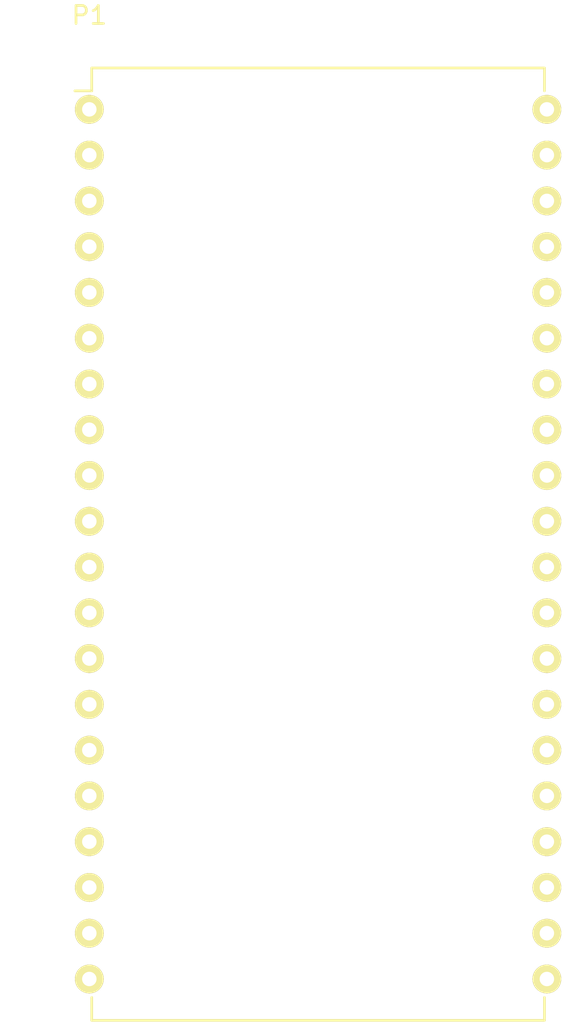
<source format=kicad_pcb>
(kicad_pcb (version 4) (host pcbnew 4.0.2+dfsg1-stable)

  (general
    (links 0)
    (no_connects 0)
    (area 143.392767 98.6586 175.176101 155.978601)
    (thickness 1.6)
    (drawings 0)
    (tracks 0)
    (zones 0)
    (modules 1)
    (nets 31)
  )

  (page A4)
  (layers
    (0 F.Cu signal)
    (31 B.Cu signal)
    (32 B.Adhes user)
    (33 F.Adhes user)
    (34 B.Paste user)
    (35 F.Paste user)
    (36 B.SilkS user)
    (37 F.SilkS user)
    (38 B.Mask user)
    (39 F.Mask user)
    (40 Dwgs.User user)
    (41 Cmts.User user)
    (42 Eco1.User user)
    (43 Eco2.User user)
    (44 Edge.Cuts user)
    (45 Margin user)
    (46 B.CrtYd user)
    (47 F.CrtYd user)
    (48 B.Fab user)
    (49 F.Fab user)
  )

  (setup
    (last_trace_width 0.25)
    (trace_clearance 0.2)
    (zone_clearance 0.508)
    (zone_45_only no)
    (trace_min 0.2)
    (segment_width 0.2)
    (edge_width 0.15)
    (via_size 0.6)
    (via_drill 0.4)
    (via_min_size 0.4)
    (via_min_drill 0.3)
    (uvia_size 0.3)
    (uvia_drill 0.1)
    (uvias_allowed no)
    (uvia_min_size 0.2)
    (uvia_min_drill 0.1)
    (pcb_text_width 0.3)
    (pcb_text_size 1.5 1.5)
    (mod_edge_width 0.15)
    (mod_text_size 1 1)
    (mod_text_width 0.15)
    (pad_size 1.524 1.524)
    (pad_drill 0.762)
    (pad_to_mask_clearance 0.2)
    (aux_axis_origin 0 0)
    (visible_elements FFFFFF7F)
    (pcbplotparams
      (layerselection 0x00030_80000001)
      (usegerberextensions false)
      (excludeedgelayer true)
      (linewidth 0.100000)
      (plotframeref false)
      (viasonmask false)
      (mode 1)
      (useauxorigin false)
      (hpglpennumber 1)
      (hpglpenspeed 20)
      (hpglpendiameter 15)
      (hpglpenoverlay 2)
      (psnegative false)
      (psa4output false)
      (plotreference true)
      (plotvalue true)
      (plotinvisibletext false)
      (padsonsilk false)
      (subtractmaskfromsilk false)
      (outputformat 1)
      (mirror false)
      (drillshape 1)
      (scaleselection 1)
      (outputdirectory ""))
  )

  (net 0 "")
  (net 1 "Net-(P1-Pad1)")
  (net 2 "Net-(P1-Pad2)")
  (net 3 "Net-(P1-Pad3)")
  (net 4 "Net-(P1-Pad4)")
  (net 5 "Net-(P1-Pad5)")
  (net 6 "Net-(P1-Pad6)")
  (net 7 "Net-(P1-Pad7)")
  (net 8 "Net-(P1-Pad8)")
  (net 9 "Net-(P1-Pad9)")
  (net 10 "Net-(P1-Pad10)")
  (net 11 "Net-(P1-Pad11)")
  (net 12 "Net-(P1-Pad12)")
  (net 13 "Net-(P1-Pad13)")
  (net 14 "Net-(P1-Pad14)")
  (net 15 "Net-(P1-Pad15)")
  (net 16 "Net-(P1-Pad16)")
  (net 17 "Net-(P1-Pad17)")
  (net 18 "Net-(P1-Pad18)")
  (net 19 "Net-(P1-Pad19)")
  (net 20 "Net-(P1-Pad20)")
  (net 21 "Net-(P1-Pad21)")
  (net 22 "Net-(P1-Pad22)")
  (net 23 "Net-(P1-Pad23)")
  (net 24 "Net-(P1-Pad24)")
  (net 25 "Net-(P1-Pad25)")
  (net 26 "Net-(P1-Pad26)")
  (net 27 "Net-(P1-Pad27)")
  (net 28 "Net-(P1-Pad28)")
  (net 29 "Net-(P1-Pad29)")
  (net 30 "Net-(P1-Pad30)")

  (net_class Default "This is the default net class."
    (clearance 0.2)
    (trace_width 0.25)
    (via_dia 0.6)
    (via_drill 0.4)
    (uvia_dia 0.3)
    (uvia_drill 0.1)
    (add_net "Net-(P1-Pad1)")
    (add_net "Net-(P1-Pad10)")
    (add_net "Net-(P1-Pad11)")
    (add_net "Net-(P1-Pad12)")
    (add_net "Net-(P1-Pad13)")
    (add_net "Net-(P1-Pad14)")
    (add_net "Net-(P1-Pad15)")
    (add_net "Net-(P1-Pad16)")
    (add_net "Net-(P1-Pad17)")
    (add_net "Net-(P1-Pad18)")
    (add_net "Net-(P1-Pad19)")
    (add_net "Net-(P1-Pad2)")
    (add_net "Net-(P1-Pad20)")
    (add_net "Net-(P1-Pad21)")
    (add_net "Net-(P1-Pad22)")
    (add_net "Net-(P1-Pad23)")
    (add_net "Net-(P1-Pad24)")
    (add_net "Net-(P1-Pad25)")
    (add_net "Net-(P1-Pad26)")
    (add_net "Net-(P1-Pad27)")
    (add_net "Net-(P1-Pad28)")
    (add_net "Net-(P1-Pad29)")
    (add_net "Net-(P1-Pad3)")
    (add_net "Net-(P1-Pad30)")
    (add_net "Net-(P1-Pad4)")
    (add_net "Net-(P1-Pad5)")
    (add_net "Net-(P1-Pad6)")
    (add_net "Net-(P1-Pad7)")
    (add_net "Net-(P1-Pad8)")
    (add_net "Net-(P1-Pad9)")
  )

  (module Housings_DIP:DIP-40_W25.4mm (layer F.Cu) (tedit 54130A77) (tstamp 577792DC)
    (at 148.5011 105.0036)
    (descr "40-lead dip package, row spacing 25.4 mm (1000 mils)")
    (tags "dil dip 2.54 1000")
    (path /5777916F)
    (fp_text reference P1 (at 0 -5.22) (layer F.SilkS)
      (effects (font (size 1 1) (thickness 0.15)))
    )
    (fp_text value CONN_02X15 (at 0 -3.72) (layer F.Fab)
      (effects (font (size 1 1) (thickness 0.15)))
    )
    (fp_line (start -1.05 -2.45) (end -1.05 50.75) (layer F.CrtYd) (width 0.05))
    (fp_line (start 26.45 -2.45) (end 26.45 50.75) (layer F.CrtYd) (width 0.05))
    (fp_line (start -1.05 -2.45) (end 26.45 -2.45) (layer F.CrtYd) (width 0.05))
    (fp_line (start -1.05 50.75) (end 26.45 50.75) (layer F.CrtYd) (width 0.05))
    (fp_line (start 0.135 -2.295) (end 0.135 -1.025) (layer F.SilkS) (width 0.15))
    (fp_line (start 25.265 -2.295) (end 25.265 -1.025) (layer F.SilkS) (width 0.15))
    (fp_line (start 25.265 50.555) (end 25.265 49.285) (layer F.SilkS) (width 0.15))
    (fp_line (start 0.135 50.555) (end 0.135 49.285) (layer F.SilkS) (width 0.15))
    (fp_line (start 0.135 -2.295) (end 25.265 -2.295) (layer F.SilkS) (width 0.15))
    (fp_line (start 0.135 50.555) (end 25.265 50.555) (layer F.SilkS) (width 0.15))
    (fp_line (start 0.135 -1.025) (end -0.8 -1.025) (layer F.SilkS) (width 0.15))
    (pad 1 thru_hole oval (at 0 0) (size 1.6 1.6) (drill 0.8) (layers *.Cu *.Mask F.SilkS)
      (net 1 "Net-(P1-Pad1)"))
    (pad 2 thru_hole oval (at 0 2.54) (size 1.6 1.6) (drill 0.8) (layers *.Cu *.Mask F.SilkS)
      (net 2 "Net-(P1-Pad2)"))
    (pad 3 thru_hole oval (at 0 5.08) (size 1.6 1.6) (drill 0.8) (layers *.Cu *.Mask F.SilkS)
      (net 3 "Net-(P1-Pad3)"))
    (pad 4 thru_hole oval (at 0 7.62) (size 1.6 1.6) (drill 0.8) (layers *.Cu *.Mask F.SilkS)
      (net 4 "Net-(P1-Pad4)"))
    (pad 5 thru_hole oval (at 0 10.16) (size 1.6 1.6) (drill 0.8) (layers *.Cu *.Mask F.SilkS)
      (net 5 "Net-(P1-Pad5)"))
    (pad 6 thru_hole oval (at 0 12.7) (size 1.6 1.6) (drill 0.8) (layers *.Cu *.Mask F.SilkS)
      (net 6 "Net-(P1-Pad6)"))
    (pad 7 thru_hole oval (at 0 15.24) (size 1.6 1.6) (drill 0.8) (layers *.Cu *.Mask F.SilkS)
      (net 7 "Net-(P1-Pad7)"))
    (pad 8 thru_hole oval (at 0 17.78) (size 1.6 1.6) (drill 0.8) (layers *.Cu *.Mask F.SilkS)
      (net 8 "Net-(P1-Pad8)"))
    (pad 9 thru_hole oval (at 0 20.32) (size 1.6 1.6) (drill 0.8) (layers *.Cu *.Mask F.SilkS)
      (net 9 "Net-(P1-Pad9)"))
    (pad 10 thru_hole oval (at 0 22.86) (size 1.6 1.6) (drill 0.8) (layers *.Cu *.Mask F.SilkS)
      (net 10 "Net-(P1-Pad10)"))
    (pad 11 thru_hole oval (at 0 25.4) (size 1.6 1.6) (drill 0.8) (layers *.Cu *.Mask F.SilkS)
      (net 11 "Net-(P1-Pad11)"))
    (pad 12 thru_hole oval (at 0 27.94) (size 1.6 1.6) (drill 0.8) (layers *.Cu *.Mask F.SilkS)
      (net 12 "Net-(P1-Pad12)"))
    (pad 13 thru_hole oval (at 0 30.48) (size 1.6 1.6) (drill 0.8) (layers *.Cu *.Mask F.SilkS)
      (net 13 "Net-(P1-Pad13)"))
    (pad 14 thru_hole oval (at 0 33.02) (size 1.6 1.6) (drill 0.8) (layers *.Cu *.Mask F.SilkS)
      (net 14 "Net-(P1-Pad14)"))
    (pad 15 thru_hole oval (at 0 35.56) (size 1.6 1.6) (drill 0.8) (layers *.Cu *.Mask F.SilkS)
      (net 15 "Net-(P1-Pad15)"))
    (pad 16 thru_hole oval (at 0 38.1) (size 1.6 1.6) (drill 0.8) (layers *.Cu *.Mask F.SilkS)
      (net 16 "Net-(P1-Pad16)"))
    (pad 17 thru_hole oval (at 0 40.64) (size 1.6 1.6) (drill 0.8) (layers *.Cu *.Mask F.SilkS)
      (net 17 "Net-(P1-Pad17)"))
    (pad 18 thru_hole oval (at 0 43.18) (size 1.6 1.6) (drill 0.8) (layers *.Cu *.Mask F.SilkS)
      (net 18 "Net-(P1-Pad18)"))
    (pad 19 thru_hole oval (at 0 45.72) (size 1.6 1.6) (drill 0.8) (layers *.Cu *.Mask F.SilkS)
      (net 19 "Net-(P1-Pad19)"))
    (pad 20 thru_hole oval (at 0 48.26) (size 1.6 1.6) (drill 0.8) (layers *.Cu *.Mask F.SilkS)
      (net 20 "Net-(P1-Pad20)"))
    (pad 21 thru_hole oval (at 25.4 48.26) (size 1.6 1.6) (drill 0.8) (layers *.Cu *.Mask F.SilkS)
      (net 21 "Net-(P1-Pad21)"))
    (pad 22 thru_hole oval (at 25.4 45.72) (size 1.6 1.6) (drill 0.8) (layers *.Cu *.Mask F.SilkS)
      (net 22 "Net-(P1-Pad22)"))
    (pad 23 thru_hole oval (at 25.4 43.18) (size 1.6 1.6) (drill 0.8) (layers *.Cu *.Mask F.SilkS)
      (net 23 "Net-(P1-Pad23)"))
    (pad 24 thru_hole oval (at 25.4 40.64) (size 1.6 1.6) (drill 0.8) (layers *.Cu *.Mask F.SilkS)
      (net 24 "Net-(P1-Pad24)"))
    (pad 25 thru_hole oval (at 25.4 38.1) (size 1.6 1.6) (drill 0.8) (layers *.Cu *.Mask F.SilkS)
      (net 25 "Net-(P1-Pad25)"))
    (pad 26 thru_hole oval (at 25.4 35.56) (size 1.6 1.6) (drill 0.8) (layers *.Cu *.Mask F.SilkS)
      (net 26 "Net-(P1-Pad26)"))
    (pad 27 thru_hole oval (at 25.4 33.02) (size 1.6 1.6) (drill 0.8) (layers *.Cu *.Mask F.SilkS)
      (net 27 "Net-(P1-Pad27)"))
    (pad 28 thru_hole oval (at 25.4 30.48) (size 1.6 1.6) (drill 0.8) (layers *.Cu *.Mask F.SilkS)
      (net 28 "Net-(P1-Pad28)"))
    (pad 29 thru_hole oval (at 25.4 27.94) (size 1.6 1.6) (drill 0.8) (layers *.Cu *.Mask F.SilkS)
      (net 29 "Net-(P1-Pad29)"))
    (pad 30 thru_hole oval (at 25.4 25.4) (size 1.6 1.6) (drill 0.8) (layers *.Cu *.Mask F.SilkS)
      (net 30 "Net-(P1-Pad30)"))
    (pad 31 thru_hole oval (at 25.4 22.86) (size 1.6 1.6) (drill 0.8) (layers *.Cu *.Mask F.SilkS))
    (pad 32 thru_hole oval (at 25.4 20.32) (size 1.6 1.6) (drill 0.8) (layers *.Cu *.Mask F.SilkS))
    (pad 33 thru_hole oval (at 25.4 17.78) (size 1.6 1.6) (drill 0.8) (layers *.Cu *.Mask F.SilkS))
    (pad 34 thru_hole oval (at 25.4 15.24) (size 1.6 1.6) (drill 0.8) (layers *.Cu *.Mask F.SilkS))
    (pad 35 thru_hole oval (at 25.4 12.7) (size 1.6 1.6) (drill 0.8) (layers *.Cu *.Mask F.SilkS))
    (pad 36 thru_hole oval (at 25.4 10.16) (size 1.6 1.6) (drill 0.8) (layers *.Cu *.Mask F.SilkS))
    (pad 37 thru_hole oval (at 25.4 7.62) (size 1.6 1.6) (drill 0.8) (layers *.Cu *.Mask F.SilkS))
    (pad 38 thru_hole oval (at 25.4 5.08) (size 1.6 1.6) (drill 0.8) (layers *.Cu *.Mask F.SilkS))
    (pad 39 thru_hole oval (at 25.4 2.54) (size 1.6 1.6) (drill 0.8) (layers *.Cu *.Mask F.SilkS))
    (pad 40 thru_hole oval (at 25.4 0) (size 1.6 1.6) (drill 0.8) (layers *.Cu *.Mask F.SilkS))
    (model Housings_DIP.3dshapes/DIP-40_W25.4mm.wrl
      (at (xyz 0 0 0))
      (scale (xyz 1 1 1))
      (rotate (xyz 0 0 0))
    )
  )

)

</source>
